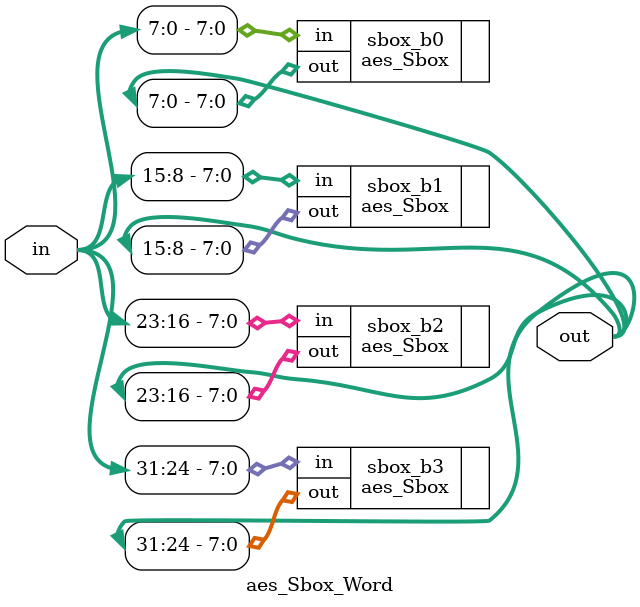
<source format=sv>

module aes_Sbox_Word(input logic [31:0] in,
		     output logic [31:0] out);   
   
   // Declare the SBOX for (least significant) byte 0 of the input
   aes_Sbox sbox_b0(.in(in[7:0]), .out(out[7:0]));
   // Declare the SBOX for byte 1 of the input
   aes_Sbox sbox_b1(.in(in[15:8]), .out(out[15:8]));
   // Declare the SBOX for byte 2 of the input
   aes_Sbox sbox_b2(.in(in[23:16]), .out(out[23:16]));	
   // Declare the SBOX for byte 3 of the input	
   aes_Sbox sbox_b3(.in(in[31:24]), .out(out[31:24]));
   
endmodule

</source>
